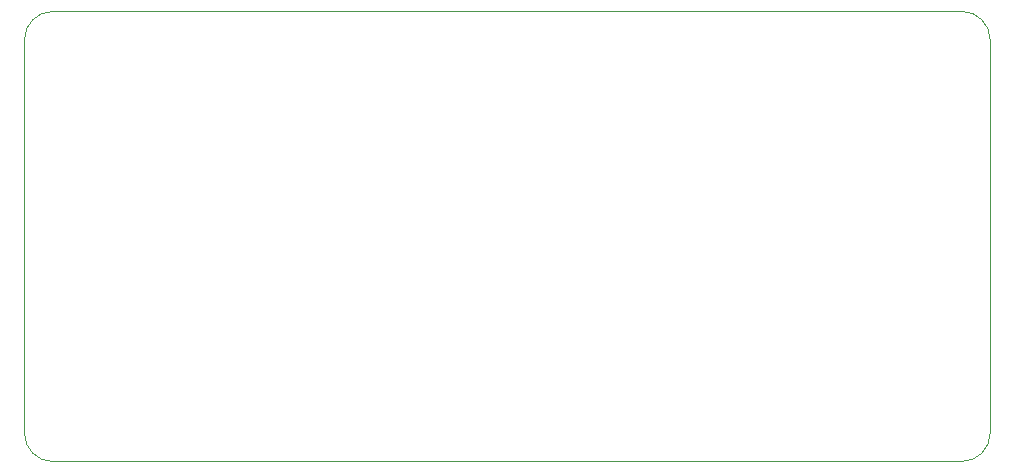
<source format=gm1>
G04 #@! TF.GenerationSoftware,KiCad,Pcbnew,(5.1.4)-1*
G04 #@! TF.CreationDate,2020-11-08T14:39:36-05:00*
G04 #@! TF.ProjectId,ai03-pcb-guide,61693033-2d70-4636-922d-67756964652e,rev?*
G04 #@! TF.SameCoordinates,Original*
G04 #@! TF.FileFunction,Profile,NP*
%FSLAX46Y46*%
G04 Gerber Fmt 4.6, Leading zero omitted, Abs format (unit mm)*
G04 Created by KiCad (PCBNEW (5.1.4)-1) date 2020-11-08 14:39:36*
%MOMM*%
%LPD*%
G04 APERTURE LIST*
%ADD10C,0.050000*%
G04 APERTURE END LIST*
D10*
X81756250Y-116681250D02*
X81756250Y-150018750D01*
X84137500Y-152400000D02*
G75*
G02X81756250Y-150018750I0J2381250D01*
G01*
X81756250Y-116681250D02*
G75*
G02X84137500Y-114300000I2381250J0D01*
G01*
X161131250Y-152400000D02*
X84137500Y-152400000D01*
X161131250Y-114300000D02*
X84137500Y-114300000D01*
X163512500Y-116681250D02*
X163512500Y-150018750D01*
X163512500Y-150018750D02*
G75*
G02X161131250Y-152400000I-2381250J0D01*
G01*
X161131250Y-114300000D02*
G75*
G02X163512500Y-116681250I0J-2381250D01*
G01*
M02*

</source>
